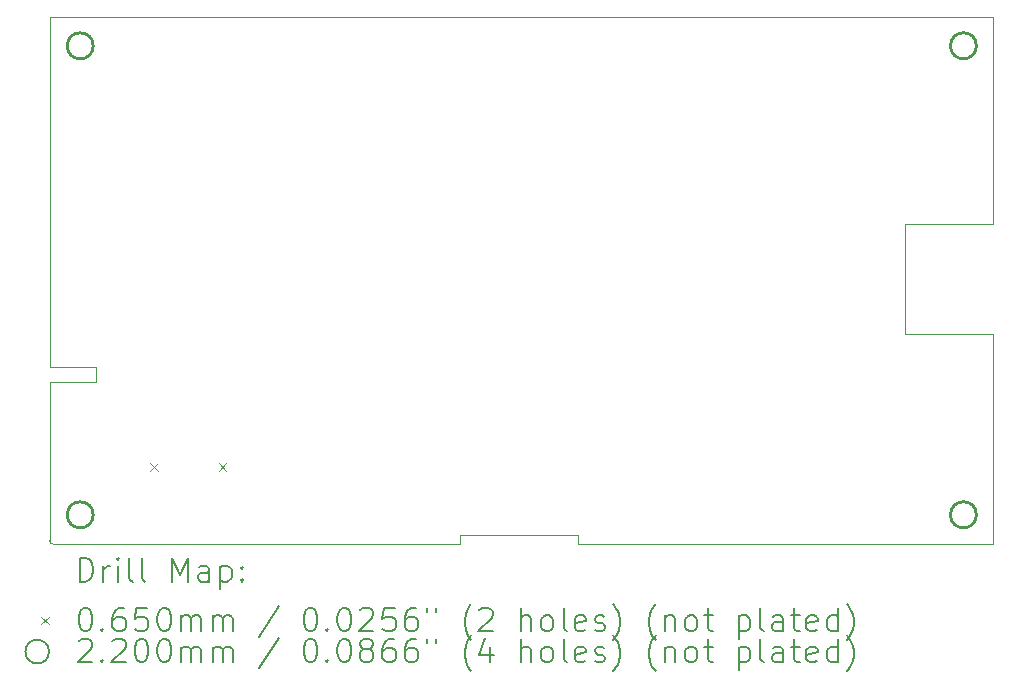
<source format=gbr>
%TF.GenerationSoftware,KiCad,Pcbnew,7.0.11-7.0.11~ubuntu22.04.1*%
%TF.CreationDate,2024-06-26T11:35:14+02:00*%
%TF.ProjectId,S3-silicon-Sharp-Touch,53332d73-696c-4696-936f-6e2d53686172,rev?*%
%TF.SameCoordinates,Original*%
%TF.FileFunction,Drillmap*%
%TF.FilePolarity,Positive*%
%FSLAX45Y45*%
G04 Gerber Fmt 4.5, Leading zero omitted, Abs format (unit mm)*
G04 Created by KiCad (PCBNEW 7.0.11-7.0.11~ubuntu22.04.1) date 2024-06-26 11:35:14*
%MOMM*%
%LPD*%
G01*
G04 APERTURE LIST*
%ADD10C,0.100000*%
%ADD11C,0.200000*%
%ADD12C,0.220000*%
G04 APERTURE END LIST*
D10*
X10750000Y-4900000D02*
X10004000Y-4900000D01*
X2765000Y-6240000D02*
X3155000Y-6240000D01*
X2765000Y-3150000D02*
X10750000Y-3150000D01*
X3155000Y-6115000D02*
X2765000Y-6115000D01*
X7242000Y-7615000D02*
X10750000Y-7615000D01*
X2765000Y-6240000D02*
X2765000Y-7585287D01*
X10750000Y-3150000D02*
X10750000Y-4900000D01*
X10004000Y-5835000D02*
X10004000Y-4900000D01*
X2765000Y-6115000D02*
X2765000Y-3150000D01*
X2764993Y-7585287D02*
G75*
G03*
X2795000Y-7615287I30007J7D01*
G01*
X6242000Y-7535787D02*
X7242000Y-7535787D01*
X6242000Y-7615000D02*
X6242000Y-7535787D01*
X10750000Y-5835000D02*
X10004000Y-5835000D01*
X2795000Y-7615000D02*
X6242000Y-7615000D01*
X7242000Y-7615000D02*
X7242000Y-7535787D01*
X3155000Y-6240000D02*
X3155000Y-6115000D01*
X10750000Y-5835000D02*
X10750000Y-7615000D01*
D11*
D10*
X3617500Y-6929000D02*
X3682500Y-6994000D01*
X3682500Y-6929000D02*
X3617500Y-6994000D01*
X4195500Y-6929000D02*
X4260500Y-6994000D01*
X4260500Y-6929000D02*
X4195500Y-6994000D01*
D12*
X3134000Y-3395000D02*
G75*
G03*
X2914000Y-3395000I-110000J0D01*
G01*
X2914000Y-3395000D02*
G75*
G03*
X3134000Y-3395000I110000J0D01*
G01*
X3134000Y-7366000D02*
G75*
G03*
X2914000Y-7366000I-110000J0D01*
G01*
X2914000Y-7366000D02*
G75*
G03*
X3134000Y-7366000I110000J0D01*
G01*
X10612000Y-3395000D02*
G75*
G03*
X10392000Y-3395000I-110000J0D01*
G01*
X10392000Y-3395000D02*
G75*
G03*
X10612000Y-3395000I110000J0D01*
G01*
X10612000Y-7366000D02*
G75*
G03*
X10392000Y-7366000I-110000J0D01*
G01*
X10392000Y-7366000D02*
G75*
G03*
X10612000Y-7366000I110000J0D01*
G01*
D11*
X3020777Y-7931771D02*
X3020777Y-7731771D01*
X3020777Y-7731771D02*
X3068396Y-7731771D01*
X3068396Y-7731771D02*
X3096967Y-7741294D01*
X3096967Y-7741294D02*
X3116015Y-7760342D01*
X3116015Y-7760342D02*
X3125539Y-7779390D01*
X3125539Y-7779390D02*
X3135062Y-7817485D01*
X3135062Y-7817485D02*
X3135062Y-7846056D01*
X3135062Y-7846056D02*
X3125539Y-7884151D01*
X3125539Y-7884151D02*
X3116015Y-7903199D01*
X3116015Y-7903199D02*
X3096967Y-7922247D01*
X3096967Y-7922247D02*
X3068396Y-7931771D01*
X3068396Y-7931771D02*
X3020777Y-7931771D01*
X3220777Y-7931771D02*
X3220777Y-7798437D01*
X3220777Y-7836532D02*
X3230301Y-7817485D01*
X3230301Y-7817485D02*
X3239824Y-7807961D01*
X3239824Y-7807961D02*
X3258872Y-7798437D01*
X3258872Y-7798437D02*
X3277920Y-7798437D01*
X3344586Y-7931771D02*
X3344586Y-7798437D01*
X3344586Y-7731771D02*
X3335062Y-7741294D01*
X3335062Y-7741294D02*
X3344586Y-7750818D01*
X3344586Y-7750818D02*
X3354110Y-7741294D01*
X3354110Y-7741294D02*
X3344586Y-7731771D01*
X3344586Y-7731771D02*
X3344586Y-7750818D01*
X3468396Y-7931771D02*
X3449348Y-7922247D01*
X3449348Y-7922247D02*
X3439824Y-7903199D01*
X3439824Y-7903199D02*
X3439824Y-7731771D01*
X3573158Y-7931771D02*
X3554110Y-7922247D01*
X3554110Y-7922247D02*
X3544586Y-7903199D01*
X3544586Y-7903199D02*
X3544586Y-7731771D01*
X3801729Y-7931771D02*
X3801729Y-7731771D01*
X3801729Y-7731771D02*
X3868396Y-7874628D01*
X3868396Y-7874628D02*
X3935062Y-7731771D01*
X3935062Y-7731771D02*
X3935062Y-7931771D01*
X4116015Y-7931771D02*
X4116015Y-7827009D01*
X4116015Y-7827009D02*
X4106491Y-7807961D01*
X4106491Y-7807961D02*
X4087443Y-7798437D01*
X4087443Y-7798437D02*
X4049348Y-7798437D01*
X4049348Y-7798437D02*
X4030301Y-7807961D01*
X4116015Y-7922247D02*
X4096967Y-7931771D01*
X4096967Y-7931771D02*
X4049348Y-7931771D01*
X4049348Y-7931771D02*
X4030301Y-7922247D01*
X4030301Y-7922247D02*
X4020777Y-7903199D01*
X4020777Y-7903199D02*
X4020777Y-7884151D01*
X4020777Y-7884151D02*
X4030301Y-7865104D01*
X4030301Y-7865104D02*
X4049348Y-7855580D01*
X4049348Y-7855580D02*
X4096967Y-7855580D01*
X4096967Y-7855580D02*
X4116015Y-7846056D01*
X4211253Y-7798437D02*
X4211253Y-7998437D01*
X4211253Y-7807961D02*
X4230301Y-7798437D01*
X4230301Y-7798437D02*
X4268396Y-7798437D01*
X4268396Y-7798437D02*
X4287444Y-7807961D01*
X4287444Y-7807961D02*
X4296967Y-7817485D01*
X4296967Y-7817485D02*
X4306491Y-7836532D01*
X4306491Y-7836532D02*
X4306491Y-7893675D01*
X4306491Y-7893675D02*
X4296967Y-7912723D01*
X4296967Y-7912723D02*
X4287444Y-7922247D01*
X4287444Y-7922247D02*
X4268396Y-7931771D01*
X4268396Y-7931771D02*
X4230301Y-7931771D01*
X4230301Y-7931771D02*
X4211253Y-7922247D01*
X4392205Y-7912723D02*
X4401729Y-7922247D01*
X4401729Y-7922247D02*
X4392205Y-7931771D01*
X4392205Y-7931771D02*
X4382682Y-7922247D01*
X4382682Y-7922247D02*
X4392205Y-7912723D01*
X4392205Y-7912723D02*
X4392205Y-7931771D01*
X4392205Y-7807961D02*
X4401729Y-7817485D01*
X4401729Y-7817485D02*
X4392205Y-7827009D01*
X4392205Y-7827009D02*
X4382682Y-7817485D01*
X4382682Y-7817485D02*
X4392205Y-7807961D01*
X4392205Y-7807961D02*
X4392205Y-7827009D01*
D10*
X2695000Y-8227787D02*
X2760000Y-8292787D01*
X2760000Y-8227787D02*
X2695000Y-8292787D01*
D11*
X3058872Y-8151771D02*
X3077920Y-8151771D01*
X3077920Y-8151771D02*
X3096967Y-8161294D01*
X3096967Y-8161294D02*
X3106491Y-8170818D01*
X3106491Y-8170818D02*
X3116015Y-8189866D01*
X3116015Y-8189866D02*
X3125539Y-8227961D01*
X3125539Y-8227961D02*
X3125539Y-8275580D01*
X3125539Y-8275580D02*
X3116015Y-8313675D01*
X3116015Y-8313675D02*
X3106491Y-8332723D01*
X3106491Y-8332723D02*
X3096967Y-8342247D01*
X3096967Y-8342247D02*
X3077920Y-8351771D01*
X3077920Y-8351771D02*
X3058872Y-8351771D01*
X3058872Y-8351771D02*
X3039824Y-8342247D01*
X3039824Y-8342247D02*
X3030301Y-8332723D01*
X3030301Y-8332723D02*
X3020777Y-8313675D01*
X3020777Y-8313675D02*
X3011253Y-8275580D01*
X3011253Y-8275580D02*
X3011253Y-8227961D01*
X3011253Y-8227961D02*
X3020777Y-8189866D01*
X3020777Y-8189866D02*
X3030301Y-8170818D01*
X3030301Y-8170818D02*
X3039824Y-8161294D01*
X3039824Y-8161294D02*
X3058872Y-8151771D01*
X3211253Y-8332723D02*
X3220777Y-8342247D01*
X3220777Y-8342247D02*
X3211253Y-8351771D01*
X3211253Y-8351771D02*
X3201729Y-8342247D01*
X3201729Y-8342247D02*
X3211253Y-8332723D01*
X3211253Y-8332723D02*
X3211253Y-8351771D01*
X3392205Y-8151771D02*
X3354110Y-8151771D01*
X3354110Y-8151771D02*
X3335062Y-8161294D01*
X3335062Y-8161294D02*
X3325539Y-8170818D01*
X3325539Y-8170818D02*
X3306491Y-8199390D01*
X3306491Y-8199390D02*
X3296967Y-8237485D01*
X3296967Y-8237485D02*
X3296967Y-8313675D01*
X3296967Y-8313675D02*
X3306491Y-8332723D01*
X3306491Y-8332723D02*
X3316015Y-8342247D01*
X3316015Y-8342247D02*
X3335062Y-8351771D01*
X3335062Y-8351771D02*
X3373158Y-8351771D01*
X3373158Y-8351771D02*
X3392205Y-8342247D01*
X3392205Y-8342247D02*
X3401729Y-8332723D01*
X3401729Y-8332723D02*
X3411253Y-8313675D01*
X3411253Y-8313675D02*
X3411253Y-8266056D01*
X3411253Y-8266056D02*
X3401729Y-8247009D01*
X3401729Y-8247009D02*
X3392205Y-8237485D01*
X3392205Y-8237485D02*
X3373158Y-8227961D01*
X3373158Y-8227961D02*
X3335062Y-8227961D01*
X3335062Y-8227961D02*
X3316015Y-8237485D01*
X3316015Y-8237485D02*
X3306491Y-8247009D01*
X3306491Y-8247009D02*
X3296967Y-8266056D01*
X3592205Y-8151771D02*
X3496967Y-8151771D01*
X3496967Y-8151771D02*
X3487443Y-8247009D01*
X3487443Y-8247009D02*
X3496967Y-8237485D01*
X3496967Y-8237485D02*
X3516015Y-8227961D01*
X3516015Y-8227961D02*
X3563634Y-8227961D01*
X3563634Y-8227961D02*
X3582682Y-8237485D01*
X3582682Y-8237485D02*
X3592205Y-8247009D01*
X3592205Y-8247009D02*
X3601729Y-8266056D01*
X3601729Y-8266056D02*
X3601729Y-8313675D01*
X3601729Y-8313675D02*
X3592205Y-8332723D01*
X3592205Y-8332723D02*
X3582682Y-8342247D01*
X3582682Y-8342247D02*
X3563634Y-8351771D01*
X3563634Y-8351771D02*
X3516015Y-8351771D01*
X3516015Y-8351771D02*
X3496967Y-8342247D01*
X3496967Y-8342247D02*
X3487443Y-8332723D01*
X3725539Y-8151771D02*
X3744586Y-8151771D01*
X3744586Y-8151771D02*
X3763634Y-8161294D01*
X3763634Y-8161294D02*
X3773158Y-8170818D01*
X3773158Y-8170818D02*
X3782682Y-8189866D01*
X3782682Y-8189866D02*
X3792205Y-8227961D01*
X3792205Y-8227961D02*
X3792205Y-8275580D01*
X3792205Y-8275580D02*
X3782682Y-8313675D01*
X3782682Y-8313675D02*
X3773158Y-8332723D01*
X3773158Y-8332723D02*
X3763634Y-8342247D01*
X3763634Y-8342247D02*
X3744586Y-8351771D01*
X3744586Y-8351771D02*
X3725539Y-8351771D01*
X3725539Y-8351771D02*
X3706491Y-8342247D01*
X3706491Y-8342247D02*
X3696967Y-8332723D01*
X3696967Y-8332723D02*
X3687443Y-8313675D01*
X3687443Y-8313675D02*
X3677920Y-8275580D01*
X3677920Y-8275580D02*
X3677920Y-8227961D01*
X3677920Y-8227961D02*
X3687443Y-8189866D01*
X3687443Y-8189866D02*
X3696967Y-8170818D01*
X3696967Y-8170818D02*
X3706491Y-8161294D01*
X3706491Y-8161294D02*
X3725539Y-8151771D01*
X3877920Y-8351771D02*
X3877920Y-8218437D01*
X3877920Y-8237485D02*
X3887443Y-8227961D01*
X3887443Y-8227961D02*
X3906491Y-8218437D01*
X3906491Y-8218437D02*
X3935063Y-8218437D01*
X3935063Y-8218437D02*
X3954110Y-8227961D01*
X3954110Y-8227961D02*
X3963634Y-8247009D01*
X3963634Y-8247009D02*
X3963634Y-8351771D01*
X3963634Y-8247009D02*
X3973158Y-8227961D01*
X3973158Y-8227961D02*
X3992205Y-8218437D01*
X3992205Y-8218437D02*
X4020777Y-8218437D01*
X4020777Y-8218437D02*
X4039824Y-8227961D01*
X4039824Y-8227961D02*
X4049348Y-8247009D01*
X4049348Y-8247009D02*
X4049348Y-8351771D01*
X4144586Y-8351771D02*
X4144586Y-8218437D01*
X4144586Y-8237485D02*
X4154110Y-8227961D01*
X4154110Y-8227961D02*
X4173158Y-8218437D01*
X4173158Y-8218437D02*
X4201729Y-8218437D01*
X4201729Y-8218437D02*
X4220777Y-8227961D01*
X4220777Y-8227961D02*
X4230301Y-8247009D01*
X4230301Y-8247009D02*
X4230301Y-8351771D01*
X4230301Y-8247009D02*
X4239825Y-8227961D01*
X4239825Y-8227961D02*
X4258872Y-8218437D01*
X4258872Y-8218437D02*
X4287444Y-8218437D01*
X4287444Y-8218437D02*
X4306491Y-8227961D01*
X4306491Y-8227961D02*
X4316015Y-8247009D01*
X4316015Y-8247009D02*
X4316015Y-8351771D01*
X4706491Y-8142247D02*
X4535063Y-8399390D01*
X4963634Y-8151771D02*
X4982682Y-8151771D01*
X4982682Y-8151771D02*
X5001729Y-8161294D01*
X5001729Y-8161294D02*
X5011253Y-8170818D01*
X5011253Y-8170818D02*
X5020777Y-8189866D01*
X5020777Y-8189866D02*
X5030301Y-8227961D01*
X5030301Y-8227961D02*
X5030301Y-8275580D01*
X5030301Y-8275580D02*
X5020777Y-8313675D01*
X5020777Y-8313675D02*
X5011253Y-8332723D01*
X5011253Y-8332723D02*
X5001729Y-8342247D01*
X5001729Y-8342247D02*
X4982682Y-8351771D01*
X4982682Y-8351771D02*
X4963634Y-8351771D01*
X4963634Y-8351771D02*
X4944587Y-8342247D01*
X4944587Y-8342247D02*
X4935063Y-8332723D01*
X4935063Y-8332723D02*
X4925539Y-8313675D01*
X4925539Y-8313675D02*
X4916015Y-8275580D01*
X4916015Y-8275580D02*
X4916015Y-8227961D01*
X4916015Y-8227961D02*
X4925539Y-8189866D01*
X4925539Y-8189866D02*
X4935063Y-8170818D01*
X4935063Y-8170818D02*
X4944587Y-8161294D01*
X4944587Y-8161294D02*
X4963634Y-8151771D01*
X5116015Y-8332723D02*
X5125539Y-8342247D01*
X5125539Y-8342247D02*
X5116015Y-8351771D01*
X5116015Y-8351771D02*
X5106491Y-8342247D01*
X5106491Y-8342247D02*
X5116015Y-8332723D01*
X5116015Y-8332723D02*
X5116015Y-8351771D01*
X5249348Y-8151771D02*
X5268396Y-8151771D01*
X5268396Y-8151771D02*
X5287444Y-8161294D01*
X5287444Y-8161294D02*
X5296968Y-8170818D01*
X5296968Y-8170818D02*
X5306491Y-8189866D01*
X5306491Y-8189866D02*
X5316015Y-8227961D01*
X5316015Y-8227961D02*
X5316015Y-8275580D01*
X5316015Y-8275580D02*
X5306491Y-8313675D01*
X5306491Y-8313675D02*
X5296968Y-8332723D01*
X5296968Y-8332723D02*
X5287444Y-8342247D01*
X5287444Y-8342247D02*
X5268396Y-8351771D01*
X5268396Y-8351771D02*
X5249348Y-8351771D01*
X5249348Y-8351771D02*
X5230301Y-8342247D01*
X5230301Y-8342247D02*
X5220777Y-8332723D01*
X5220777Y-8332723D02*
X5211253Y-8313675D01*
X5211253Y-8313675D02*
X5201729Y-8275580D01*
X5201729Y-8275580D02*
X5201729Y-8227961D01*
X5201729Y-8227961D02*
X5211253Y-8189866D01*
X5211253Y-8189866D02*
X5220777Y-8170818D01*
X5220777Y-8170818D02*
X5230301Y-8161294D01*
X5230301Y-8161294D02*
X5249348Y-8151771D01*
X5392206Y-8170818D02*
X5401729Y-8161294D01*
X5401729Y-8161294D02*
X5420777Y-8151771D01*
X5420777Y-8151771D02*
X5468396Y-8151771D01*
X5468396Y-8151771D02*
X5487444Y-8161294D01*
X5487444Y-8161294D02*
X5496968Y-8170818D01*
X5496968Y-8170818D02*
X5506491Y-8189866D01*
X5506491Y-8189866D02*
X5506491Y-8208913D01*
X5506491Y-8208913D02*
X5496968Y-8237485D01*
X5496968Y-8237485D02*
X5382682Y-8351771D01*
X5382682Y-8351771D02*
X5506491Y-8351771D01*
X5687444Y-8151771D02*
X5592206Y-8151771D01*
X5592206Y-8151771D02*
X5582682Y-8247009D01*
X5582682Y-8247009D02*
X5592206Y-8237485D01*
X5592206Y-8237485D02*
X5611253Y-8227961D01*
X5611253Y-8227961D02*
X5658872Y-8227961D01*
X5658872Y-8227961D02*
X5677920Y-8237485D01*
X5677920Y-8237485D02*
X5687444Y-8247009D01*
X5687444Y-8247009D02*
X5696967Y-8266056D01*
X5696967Y-8266056D02*
X5696967Y-8313675D01*
X5696967Y-8313675D02*
X5687444Y-8332723D01*
X5687444Y-8332723D02*
X5677920Y-8342247D01*
X5677920Y-8342247D02*
X5658872Y-8351771D01*
X5658872Y-8351771D02*
X5611253Y-8351771D01*
X5611253Y-8351771D02*
X5592206Y-8342247D01*
X5592206Y-8342247D02*
X5582682Y-8332723D01*
X5868396Y-8151771D02*
X5830301Y-8151771D01*
X5830301Y-8151771D02*
X5811253Y-8161294D01*
X5811253Y-8161294D02*
X5801729Y-8170818D01*
X5801729Y-8170818D02*
X5782682Y-8199390D01*
X5782682Y-8199390D02*
X5773158Y-8237485D01*
X5773158Y-8237485D02*
X5773158Y-8313675D01*
X5773158Y-8313675D02*
X5782682Y-8332723D01*
X5782682Y-8332723D02*
X5792206Y-8342247D01*
X5792206Y-8342247D02*
X5811253Y-8351771D01*
X5811253Y-8351771D02*
X5849348Y-8351771D01*
X5849348Y-8351771D02*
X5868396Y-8342247D01*
X5868396Y-8342247D02*
X5877920Y-8332723D01*
X5877920Y-8332723D02*
X5887444Y-8313675D01*
X5887444Y-8313675D02*
X5887444Y-8266056D01*
X5887444Y-8266056D02*
X5877920Y-8247009D01*
X5877920Y-8247009D02*
X5868396Y-8237485D01*
X5868396Y-8237485D02*
X5849348Y-8227961D01*
X5849348Y-8227961D02*
X5811253Y-8227961D01*
X5811253Y-8227961D02*
X5792206Y-8237485D01*
X5792206Y-8237485D02*
X5782682Y-8247009D01*
X5782682Y-8247009D02*
X5773158Y-8266056D01*
X5963634Y-8151771D02*
X5963634Y-8189866D01*
X6039825Y-8151771D02*
X6039825Y-8189866D01*
X6335063Y-8427961D02*
X6325539Y-8418437D01*
X6325539Y-8418437D02*
X6306491Y-8389866D01*
X6306491Y-8389866D02*
X6296968Y-8370818D01*
X6296968Y-8370818D02*
X6287444Y-8342247D01*
X6287444Y-8342247D02*
X6277920Y-8294628D01*
X6277920Y-8294628D02*
X6277920Y-8256532D01*
X6277920Y-8256532D02*
X6287444Y-8208913D01*
X6287444Y-8208913D02*
X6296968Y-8180342D01*
X6296968Y-8180342D02*
X6306491Y-8161294D01*
X6306491Y-8161294D02*
X6325539Y-8132723D01*
X6325539Y-8132723D02*
X6335063Y-8123199D01*
X6401729Y-8170818D02*
X6411253Y-8161294D01*
X6411253Y-8161294D02*
X6430301Y-8151771D01*
X6430301Y-8151771D02*
X6477920Y-8151771D01*
X6477920Y-8151771D02*
X6496968Y-8161294D01*
X6496968Y-8161294D02*
X6506491Y-8170818D01*
X6506491Y-8170818D02*
X6516015Y-8189866D01*
X6516015Y-8189866D02*
X6516015Y-8208913D01*
X6516015Y-8208913D02*
X6506491Y-8237485D01*
X6506491Y-8237485D02*
X6392206Y-8351771D01*
X6392206Y-8351771D02*
X6516015Y-8351771D01*
X6754110Y-8351771D02*
X6754110Y-8151771D01*
X6839825Y-8351771D02*
X6839825Y-8247009D01*
X6839825Y-8247009D02*
X6830301Y-8227961D01*
X6830301Y-8227961D02*
X6811253Y-8218437D01*
X6811253Y-8218437D02*
X6782682Y-8218437D01*
X6782682Y-8218437D02*
X6763634Y-8227961D01*
X6763634Y-8227961D02*
X6754110Y-8237485D01*
X6963634Y-8351771D02*
X6944587Y-8342247D01*
X6944587Y-8342247D02*
X6935063Y-8332723D01*
X6935063Y-8332723D02*
X6925539Y-8313675D01*
X6925539Y-8313675D02*
X6925539Y-8256532D01*
X6925539Y-8256532D02*
X6935063Y-8237485D01*
X6935063Y-8237485D02*
X6944587Y-8227961D01*
X6944587Y-8227961D02*
X6963634Y-8218437D01*
X6963634Y-8218437D02*
X6992206Y-8218437D01*
X6992206Y-8218437D02*
X7011253Y-8227961D01*
X7011253Y-8227961D02*
X7020777Y-8237485D01*
X7020777Y-8237485D02*
X7030301Y-8256532D01*
X7030301Y-8256532D02*
X7030301Y-8313675D01*
X7030301Y-8313675D02*
X7020777Y-8332723D01*
X7020777Y-8332723D02*
X7011253Y-8342247D01*
X7011253Y-8342247D02*
X6992206Y-8351771D01*
X6992206Y-8351771D02*
X6963634Y-8351771D01*
X7144587Y-8351771D02*
X7125539Y-8342247D01*
X7125539Y-8342247D02*
X7116015Y-8323199D01*
X7116015Y-8323199D02*
X7116015Y-8151771D01*
X7296968Y-8342247D02*
X7277920Y-8351771D01*
X7277920Y-8351771D02*
X7239825Y-8351771D01*
X7239825Y-8351771D02*
X7220777Y-8342247D01*
X7220777Y-8342247D02*
X7211253Y-8323199D01*
X7211253Y-8323199D02*
X7211253Y-8247009D01*
X7211253Y-8247009D02*
X7220777Y-8227961D01*
X7220777Y-8227961D02*
X7239825Y-8218437D01*
X7239825Y-8218437D02*
X7277920Y-8218437D01*
X7277920Y-8218437D02*
X7296968Y-8227961D01*
X7296968Y-8227961D02*
X7306491Y-8247009D01*
X7306491Y-8247009D02*
X7306491Y-8266056D01*
X7306491Y-8266056D02*
X7211253Y-8285104D01*
X7382682Y-8342247D02*
X7401730Y-8351771D01*
X7401730Y-8351771D02*
X7439825Y-8351771D01*
X7439825Y-8351771D02*
X7458872Y-8342247D01*
X7458872Y-8342247D02*
X7468396Y-8323199D01*
X7468396Y-8323199D02*
X7468396Y-8313675D01*
X7468396Y-8313675D02*
X7458872Y-8294628D01*
X7458872Y-8294628D02*
X7439825Y-8285104D01*
X7439825Y-8285104D02*
X7411253Y-8285104D01*
X7411253Y-8285104D02*
X7392206Y-8275580D01*
X7392206Y-8275580D02*
X7382682Y-8256532D01*
X7382682Y-8256532D02*
X7382682Y-8247009D01*
X7382682Y-8247009D02*
X7392206Y-8227961D01*
X7392206Y-8227961D02*
X7411253Y-8218437D01*
X7411253Y-8218437D02*
X7439825Y-8218437D01*
X7439825Y-8218437D02*
X7458872Y-8227961D01*
X7535063Y-8427961D02*
X7544587Y-8418437D01*
X7544587Y-8418437D02*
X7563634Y-8389866D01*
X7563634Y-8389866D02*
X7573158Y-8370818D01*
X7573158Y-8370818D02*
X7582682Y-8342247D01*
X7582682Y-8342247D02*
X7592206Y-8294628D01*
X7592206Y-8294628D02*
X7592206Y-8256532D01*
X7592206Y-8256532D02*
X7582682Y-8208913D01*
X7582682Y-8208913D02*
X7573158Y-8180342D01*
X7573158Y-8180342D02*
X7563634Y-8161294D01*
X7563634Y-8161294D02*
X7544587Y-8132723D01*
X7544587Y-8132723D02*
X7535063Y-8123199D01*
X7896968Y-8427961D02*
X7887444Y-8418437D01*
X7887444Y-8418437D02*
X7868396Y-8389866D01*
X7868396Y-8389866D02*
X7858872Y-8370818D01*
X7858872Y-8370818D02*
X7849349Y-8342247D01*
X7849349Y-8342247D02*
X7839825Y-8294628D01*
X7839825Y-8294628D02*
X7839825Y-8256532D01*
X7839825Y-8256532D02*
X7849349Y-8208913D01*
X7849349Y-8208913D02*
X7858872Y-8180342D01*
X7858872Y-8180342D02*
X7868396Y-8161294D01*
X7868396Y-8161294D02*
X7887444Y-8132723D01*
X7887444Y-8132723D02*
X7896968Y-8123199D01*
X7973158Y-8218437D02*
X7973158Y-8351771D01*
X7973158Y-8237485D02*
X7982682Y-8227961D01*
X7982682Y-8227961D02*
X8001730Y-8218437D01*
X8001730Y-8218437D02*
X8030301Y-8218437D01*
X8030301Y-8218437D02*
X8049349Y-8227961D01*
X8049349Y-8227961D02*
X8058872Y-8247009D01*
X8058872Y-8247009D02*
X8058872Y-8351771D01*
X8182682Y-8351771D02*
X8163634Y-8342247D01*
X8163634Y-8342247D02*
X8154111Y-8332723D01*
X8154111Y-8332723D02*
X8144587Y-8313675D01*
X8144587Y-8313675D02*
X8144587Y-8256532D01*
X8144587Y-8256532D02*
X8154111Y-8237485D01*
X8154111Y-8237485D02*
X8163634Y-8227961D01*
X8163634Y-8227961D02*
X8182682Y-8218437D01*
X8182682Y-8218437D02*
X8211253Y-8218437D01*
X8211253Y-8218437D02*
X8230301Y-8227961D01*
X8230301Y-8227961D02*
X8239825Y-8237485D01*
X8239825Y-8237485D02*
X8249349Y-8256532D01*
X8249349Y-8256532D02*
X8249349Y-8313675D01*
X8249349Y-8313675D02*
X8239825Y-8332723D01*
X8239825Y-8332723D02*
X8230301Y-8342247D01*
X8230301Y-8342247D02*
X8211253Y-8351771D01*
X8211253Y-8351771D02*
X8182682Y-8351771D01*
X8306492Y-8218437D02*
X8382682Y-8218437D01*
X8335063Y-8151771D02*
X8335063Y-8323199D01*
X8335063Y-8323199D02*
X8344587Y-8342247D01*
X8344587Y-8342247D02*
X8363634Y-8351771D01*
X8363634Y-8351771D02*
X8382682Y-8351771D01*
X8601730Y-8218437D02*
X8601730Y-8418437D01*
X8601730Y-8227961D02*
X8620777Y-8218437D01*
X8620777Y-8218437D02*
X8658873Y-8218437D01*
X8658873Y-8218437D02*
X8677920Y-8227961D01*
X8677920Y-8227961D02*
X8687444Y-8237485D01*
X8687444Y-8237485D02*
X8696968Y-8256532D01*
X8696968Y-8256532D02*
X8696968Y-8313675D01*
X8696968Y-8313675D02*
X8687444Y-8332723D01*
X8687444Y-8332723D02*
X8677920Y-8342247D01*
X8677920Y-8342247D02*
X8658873Y-8351771D01*
X8658873Y-8351771D02*
X8620777Y-8351771D01*
X8620777Y-8351771D02*
X8601730Y-8342247D01*
X8811254Y-8351771D02*
X8792206Y-8342247D01*
X8792206Y-8342247D02*
X8782682Y-8323199D01*
X8782682Y-8323199D02*
X8782682Y-8151771D01*
X8973158Y-8351771D02*
X8973158Y-8247009D01*
X8973158Y-8247009D02*
X8963635Y-8227961D01*
X8963635Y-8227961D02*
X8944587Y-8218437D01*
X8944587Y-8218437D02*
X8906492Y-8218437D01*
X8906492Y-8218437D02*
X8887444Y-8227961D01*
X8973158Y-8342247D02*
X8954111Y-8351771D01*
X8954111Y-8351771D02*
X8906492Y-8351771D01*
X8906492Y-8351771D02*
X8887444Y-8342247D01*
X8887444Y-8342247D02*
X8877920Y-8323199D01*
X8877920Y-8323199D02*
X8877920Y-8304151D01*
X8877920Y-8304151D02*
X8887444Y-8285104D01*
X8887444Y-8285104D02*
X8906492Y-8275580D01*
X8906492Y-8275580D02*
X8954111Y-8275580D01*
X8954111Y-8275580D02*
X8973158Y-8266056D01*
X9039825Y-8218437D02*
X9116015Y-8218437D01*
X9068396Y-8151771D02*
X9068396Y-8323199D01*
X9068396Y-8323199D02*
X9077920Y-8342247D01*
X9077920Y-8342247D02*
X9096968Y-8351771D01*
X9096968Y-8351771D02*
X9116015Y-8351771D01*
X9258873Y-8342247D02*
X9239825Y-8351771D01*
X9239825Y-8351771D02*
X9201730Y-8351771D01*
X9201730Y-8351771D02*
X9182682Y-8342247D01*
X9182682Y-8342247D02*
X9173158Y-8323199D01*
X9173158Y-8323199D02*
X9173158Y-8247009D01*
X9173158Y-8247009D02*
X9182682Y-8227961D01*
X9182682Y-8227961D02*
X9201730Y-8218437D01*
X9201730Y-8218437D02*
X9239825Y-8218437D01*
X9239825Y-8218437D02*
X9258873Y-8227961D01*
X9258873Y-8227961D02*
X9268396Y-8247009D01*
X9268396Y-8247009D02*
X9268396Y-8266056D01*
X9268396Y-8266056D02*
X9173158Y-8285104D01*
X9439825Y-8351771D02*
X9439825Y-8151771D01*
X9439825Y-8342247D02*
X9420777Y-8351771D01*
X9420777Y-8351771D02*
X9382682Y-8351771D01*
X9382682Y-8351771D02*
X9363635Y-8342247D01*
X9363635Y-8342247D02*
X9354111Y-8332723D01*
X9354111Y-8332723D02*
X9344587Y-8313675D01*
X9344587Y-8313675D02*
X9344587Y-8256532D01*
X9344587Y-8256532D02*
X9354111Y-8237485D01*
X9354111Y-8237485D02*
X9363635Y-8227961D01*
X9363635Y-8227961D02*
X9382682Y-8218437D01*
X9382682Y-8218437D02*
X9420777Y-8218437D01*
X9420777Y-8218437D02*
X9439825Y-8227961D01*
X9516016Y-8427961D02*
X9525539Y-8418437D01*
X9525539Y-8418437D02*
X9544587Y-8389866D01*
X9544587Y-8389866D02*
X9554111Y-8370818D01*
X9554111Y-8370818D02*
X9563635Y-8342247D01*
X9563635Y-8342247D02*
X9573158Y-8294628D01*
X9573158Y-8294628D02*
X9573158Y-8256532D01*
X9573158Y-8256532D02*
X9563635Y-8208913D01*
X9563635Y-8208913D02*
X9554111Y-8180342D01*
X9554111Y-8180342D02*
X9544587Y-8161294D01*
X9544587Y-8161294D02*
X9525539Y-8132723D01*
X9525539Y-8132723D02*
X9516016Y-8123199D01*
X2760000Y-8524287D02*
G75*
G03*
X2560000Y-8524287I-100000J0D01*
G01*
X2560000Y-8524287D02*
G75*
G03*
X2760000Y-8524287I100000J0D01*
G01*
X3011253Y-8434818D02*
X3020777Y-8425294D01*
X3020777Y-8425294D02*
X3039824Y-8415771D01*
X3039824Y-8415771D02*
X3087443Y-8415771D01*
X3087443Y-8415771D02*
X3106491Y-8425294D01*
X3106491Y-8425294D02*
X3116015Y-8434818D01*
X3116015Y-8434818D02*
X3125539Y-8453866D01*
X3125539Y-8453866D02*
X3125539Y-8472913D01*
X3125539Y-8472913D02*
X3116015Y-8501485D01*
X3116015Y-8501485D02*
X3001729Y-8615771D01*
X3001729Y-8615771D02*
X3125539Y-8615771D01*
X3211253Y-8596723D02*
X3220777Y-8606247D01*
X3220777Y-8606247D02*
X3211253Y-8615771D01*
X3211253Y-8615771D02*
X3201729Y-8606247D01*
X3201729Y-8606247D02*
X3211253Y-8596723D01*
X3211253Y-8596723D02*
X3211253Y-8615771D01*
X3296967Y-8434818D02*
X3306491Y-8425294D01*
X3306491Y-8425294D02*
X3325539Y-8415771D01*
X3325539Y-8415771D02*
X3373158Y-8415771D01*
X3373158Y-8415771D02*
X3392205Y-8425294D01*
X3392205Y-8425294D02*
X3401729Y-8434818D01*
X3401729Y-8434818D02*
X3411253Y-8453866D01*
X3411253Y-8453866D02*
X3411253Y-8472913D01*
X3411253Y-8472913D02*
X3401729Y-8501485D01*
X3401729Y-8501485D02*
X3287443Y-8615771D01*
X3287443Y-8615771D02*
X3411253Y-8615771D01*
X3535062Y-8415771D02*
X3554110Y-8415771D01*
X3554110Y-8415771D02*
X3573158Y-8425294D01*
X3573158Y-8425294D02*
X3582682Y-8434818D01*
X3582682Y-8434818D02*
X3592205Y-8453866D01*
X3592205Y-8453866D02*
X3601729Y-8491961D01*
X3601729Y-8491961D02*
X3601729Y-8539580D01*
X3601729Y-8539580D02*
X3592205Y-8577675D01*
X3592205Y-8577675D02*
X3582682Y-8596723D01*
X3582682Y-8596723D02*
X3573158Y-8606247D01*
X3573158Y-8606247D02*
X3554110Y-8615771D01*
X3554110Y-8615771D02*
X3535062Y-8615771D01*
X3535062Y-8615771D02*
X3516015Y-8606247D01*
X3516015Y-8606247D02*
X3506491Y-8596723D01*
X3506491Y-8596723D02*
X3496967Y-8577675D01*
X3496967Y-8577675D02*
X3487443Y-8539580D01*
X3487443Y-8539580D02*
X3487443Y-8491961D01*
X3487443Y-8491961D02*
X3496967Y-8453866D01*
X3496967Y-8453866D02*
X3506491Y-8434818D01*
X3506491Y-8434818D02*
X3516015Y-8425294D01*
X3516015Y-8425294D02*
X3535062Y-8415771D01*
X3725539Y-8415771D02*
X3744586Y-8415771D01*
X3744586Y-8415771D02*
X3763634Y-8425294D01*
X3763634Y-8425294D02*
X3773158Y-8434818D01*
X3773158Y-8434818D02*
X3782682Y-8453866D01*
X3782682Y-8453866D02*
X3792205Y-8491961D01*
X3792205Y-8491961D02*
X3792205Y-8539580D01*
X3792205Y-8539580D02*
X3782682Y-8577675D01*
X3782682Y-8577675D02*
X3773158Y-8596723D01*
X3773158Y-8596723D02*
X3763634Y-8606247D01*
X3763634Y-8606247D02*
X3744586Y-8615771D01*
X3744586Y-8615771D02*
X3725539Y-8615771D01*
X3725539Y-8615771D02*
X3706491Y-8606247D01*
X3706491Y-8606247D02*
X3696967Y-8596723D01*
X3696967Y-8596723D02*
X3687443Y-8577675D01*
X3687443Y-8577675D02*
X3677920Y-8539580D01*
X3677920Y-8539580D02*
X3677920Y-8491961D01*
X3677920Y-8491961D02*
X3687443Y-8453866D01*
X3687443Y-8453866D02*
X3696967Y-8434818D01*
X3696967Y-8434818D02*
X3706491Y-8425294D01*
X3706491Y-8425294D02*
X3725539Y-8415771D01*
X3877920Y-8615771D02*
X3877920Y-8482437D01*
X3877920Y-8501485D02*
X3887443Y-8491961D01*
X3887443Y-8491961D02*
X3906491Y-8482437D01*
X3906491Y-8482437D02*
X3935063Y-8482437D01*
X3935063Y-8482437D02*
X3954110Y-8491961D01*
X3954110Y-8491961D02*
X3963634Y-8511009D01*
X3963634Y-8511009D02*
X3963634Y-8615771D01*
X3963634Y-8511009D02*
X3973158Y-8491961D01*
X3973158Y-8491961D02*
X3992205Y-8482437D01*
X3992205Y-8482437D02*
X4020777Y-8482437D01*
X4020777Y-8482437D02*
X4039824Y-8491961D01*
X4039824Y-8491961D02*
X4049348Y-8511009D01*
X4049348Y-8511009D02*
X4049348Y-8615771D01*
X4144586Y-8615771D02*
X4144586Y-8482437D01*
X4144586Y-8501485D02*
X4154110Y-8491961D01*
X4154110Y-8491961D02*
X4173158Y-8482437D01*
X4173158Y-8482437D02*
X4201729Y-8482437D01*
X4201729Y-8482437D02*
X4220777Y-8491961D01*
X4220777Y-8491961D02*
X4230301Y-8511009D01*
X4230301Y-8511009D02*
X4230301Y-8615771D01*
X4230301Y-8511009D02*
X4239825Y-8491961D01*
X4239825Y-8491961D02*
X4258872Y-8482437D01*
X4258872Y-8482437D02*
X4287444Y-8482437D01*
X4287444Y-8482437D02*
X4306491Y-8491961D01*
X4306491Y-8491961D02*
X4316015Y-8511009D01*
X4316015Y-8511009D02*
X4316015Y-8615771D01*
X4706491Y-8406247D02*
X4535063Y-8663390D01*
X4963634Y-8415771D02*
X4982682Y-8415771D01*
X4982682Y-8415771D02*
X5001729Y-8425294D01*
X5001729Y-8425294D02*
X5011253Y-8434818D01*
X5011253Y-8434818D02*
X5020777Y-8453866D01*
X5020777Y-8453866D02*
X5030301Y-8491961D01*
X5030301Y-8491961D02*
X5030301Y-8539580D01*
X5030301Y-8539580D02*
X5020777Y-8577675D01*
X5020777Y-8577675D02*
X5011253Y-8596723D01*
X5011253Y-8596723D02*
X5001729Y-8606247D01*
X5001729Y-8606247D02*
X4982682Y-8615771D01*
X4982682Y-8615771D02*
X4963634Y-8615771D01*
X4963634Y-8615771D02*
X4944587Y-8606247D01*
X4944587Y-8606247D02*
X4935063Y-8596723D01*
X4935063Y-8596723D02*
X4925539Y-8577675D01*
X4925539Y-8577675D02*
X4916015Y-8539580D01*
X4916015Y-8539580D02*
X4916015Y-8491961D01*
X4916015Y-8491961D02*
X4925539Y-8453866D01*
X4925539Y-8453866D02*
X4935063Y-8434818D01*
X4935063Y-8434818D02*
X4944587Y-8425294D01*
X4944587Y-8425294D02*
X4963634Y-8415771D01*
X5116015Y-8596723D02*
X5125539Y-8606247D01*
X5125539Y-8606247D02*
X5116015Y-8615771D01*
X5116015Y-8615771D02*
X5106491Y-8606247D01*
X5106491Y-8606247D02*
X5116015Y-8596723D01*
X5116015Y-8596723D02*
X5116015Y-8615771D01*
X5249348Y-8415771D02*
X5268396Y-8415771D01*
X5268396Y-8415771D02*
X5287444Y-8425294D01*
X5287444Y-8425294D02*
X5296968Y-8434818D01*
X5296968Y-8434818D02*
X5306491Y-8453866D01*
X5306491Y-8453866D02*
X5316015Y-8491961D01*
X5316015Y-8491961D02*
X5316015Y-8539580D01*
X5316015Y-8539580D02*
X5306491Y-8577675D01*
X5306491Y-8577675D02*
X5296968Y-8596723D01*
X5296968Y-8596723D02*
X5287444Y-8606247D01*
X5287444Y-8606247D02*
X5268396Y-8615771D01*
X5268396Y-8615771D02*
X5249348Y-8615771D01*
X5249348Y-8615771D02*
X5230301Y-8606247D01*
X5230301Y-8606247D02*
X5220777Y-8596723D01*
X5220777Y-8596723D02*
X5211253Y-8577675D01*
X5211253Y-8577675D02*
X5201729Y-8539580D01*
X5201729Y-8539580D02*
X5201729Y-8491961D01*
X5201729Y-8491961D02*
X5211253Y-8453866D01*
X5211253Y-8453866D02*
X5220777Y-8434818D01*
X5220777Y-8434818D02*
X5230301Y-8425294D01*
X5230301Y-8425294D02*
X5249348Y-8415771D01*
X5430301Y-8501485D02*
X5411253Y-8491961D01*
X5411253Y-8491961D02*
X5401729Y-8482437D01*
X5401729Y-8482437D02*
X5392206Y-8463390D01*
X5392206Y-8463390D02*
X5392206Y-8453866D01*
X5392206Y-8453866D02*
X5401729Y-8434818D01*
X5401729Y-8434818D02*
X5411253Y-8425294D01*
X5411253Y-8425294D02*
X5430301Y-8415771D01*
X5430301Y-8415771D02*
X5468396Y-8415771D01*
X5468396Y-8415771D02*
X5487444Y-8425294D01*
X5487444Y-8425294D02*
X5496968Y-8434818D01*
X5496968Y-8434818D02*
X5506491Y-8453866D01*
X5506491Y-8453866D02*
X5506491Y-8463390D01*
X5506491Y-8463390D02*
X5496968Y-8482437D01*
X5496968Y-8482437D02*
X5487444Y-8491961D01*
X5487444Y-8491961D02*
X5468396Y-8501485D01*
X5468396Y-8501485D02*
X5430301Y-8501485D01*
X5430301Y-8501485D02*
X5411253Y-8511009D01*
X5411253Y-8511009D02*
X5401729Y-8520533D01*
X5401729Y-8520533D02*
X5392206Y-8539580D01*
X5392206Y-8539580D02*
X5392206Y-8577675D01*
X5392206Y-8577675D02*
X5401729Y-8596723D01*
X5401729Y-8596723D02*
X5411253Y-8606247D01*
X5411253Y-8606247D02*
X5430301Y-8615771D01*
X5430301Y-8615771D02*
X5468396Y-8615771D01*
X5468396Y-8615771D02*
X5487444Y-8606247D01*
X5487444Y-8606247D02*
X5496968Y-8596723D01*
X5496968Y-8596723D02*
X5506491Y-8577675D01*
X5506491Y-8577675D02*
X5506491Y-8539580D01*
X5506491Y-8539580D02*
X5496968Y-8520533D01*
X5496968Y-8520533D02*
X5487444Y-8511009D01*
X5487444Y-8511009D02*
X5468396Y-8501485D01*
X5677920Y-8415771D02*
X5639825Y-8415771D01*
X5639825Y-8415771D02*
X5620777Y-8425294D01*
X5620777Y-8425294D02*
X5611253Y-8434818D01*
X5611253Y-8434818D02*
X5592206Y-8463390D01*
X5592206Y-8463390D02*
X5582682Y-8501485D01*
X5582682Y-8501485D02*
X5582682Y-8577675D01*
X5582682Y-8577675D02*
X5592206Y-8596723D01*
X5592206Y-8596723D02*
X5601729Y-8606247D01*
X5601729Y-8606247D02*
X5620777Y-8615771D01*
X5620777Y-8615771D02*
X5658872Y-8615771D01*
X5658872Y-8615771D02*
X5677920Y-8606247D01*
X5677920Y-8606247D02*
X5687444Y-8596723D01*
X5687444Y-8596723D02*
X5696967Y-8577675D01*
X5696967Y-8577675D02*
X5696967Y-8530056D01*
X5696967Y-8530056D02*
X5687444Y-8511009D01*
X5687444Y-8511009D02*
X5677920Y-8501485D01*
X5677920Y-8501485D02*
X5658872Y-8491961D01*
X5658872Y-8491961D02*
X5620777Y-8491961D01*
X5620777Y-8491961D02*
X5601729Y-8501485D01*
X5601729Y-8501485D02*
X5592206Y-8511009D01*
X5592206Y-8511009D02*
X5582682Y-8530056D01*
X5868396Y-8415771D02*
X5830301Y-8415771D01*
X5830301Y-8415771D02*
X5811253Y-8425294D01*
X5811253Y-8425294D02*
X5801729Y-8434818D01*
X5801729Y-8434818D02*
X5782682Y-8463390D01*
X5782682Y-8463390D02*
X5773158Y-8501485D01*
X5773158Y-8501485D02*
X5773158Y-8577675D01*
X5773158Y-8577675D02*
X5782682Y-8596723D01*
X5782682Y-8596723D02*
X5792206Y-8606247D01*
X5792206Y-8606247D02*
X5811253Y-8615771D01*
X5811253Y-8615771D02*
X5849348Y-8615771D01*
X5849348Y-8615771D02*
X5868396Y-8606247D01*
X5868396Y-8606247D02*
X5877920Y-8596723D01*
X5877920Y-8596723D02*
X5887444Y-8577675D01*
X5887444Y-8577675D02*
X5887444Y-8530056D01*
X5887444Y-8530056D02*
X5877920Y-8511009D01*
X5877920Y-8511009D02*
X5868396Y-8501485D01*
X5868396Y-8501485D02*
X5849348Y-8491961D01*
X5849348Y-8491961D02*
X5811253Y-8491961D01*
X5811253Y-8491961D02*
X5792206Y-8501485D01*
X5792206Y-8501485D02*
X5782682Y-8511009D01*
X5782682Y-8511009D02*
X5773158Y-8530056D01*
X5963634Y-8415771D02*
X5963634Y-8453866D01*
X6039825Y-8415771D02*
X6039825Y-8453866D01*
X6335063Y-8691961D02*
X6325539Y-8682437D01*
X6325539Y-8682437D02*
X6306491Y-8653866D01*
X6306491Y-8653866D02*
X6296968Y-8634818D01*
X6296968Y-8634818D02*
X6287444Y-8606247D01*
X6287444Y-8606247D02*
X6277920Y-8558628D01*
X6277920Y-8558628D02*
X6277920Y-8520533D01*
X6277920Y-8520533D02*
X6287444Y-8472913D01*
X6287444Y-8472913D02*
X6296968Y-8444342D01*
X6296968Y-8444342D02*
X6306491Y-8425294D01*
X6306491Y-8425294D02*
X6325539Y-8396723D01*
X6325539Y-8396723D02*
X6335063Y-8387199D01*
X6496968Y-8482437D02*
X6496968Y-8615771D01*
X6449348Y-8406247D02*
X6401729Y-8549104D01*
X6401729Y-8549104D02*
X6525539Y-8549104D01*
X6754110Y-8615771D02*
X6754110Y-8415771D01*
X6839825Y-8615771D02*
X6839825Y-8511009D01*
X6839825Y-8511009D02*
X6830301Y-8491961D01*
X6830301Y-8491961D02*
X6811253Y-8482437D01*
X6811253Y-8482437D02*
X6782682Y-8482437D01*
X6782682Y-8482437D02*
X6763634Y-8491961D01*
X6763634Y-8491961D02*
X6754110Y-8501485D01*
X6963634Y-8615771D02*
X6944587Y-8606247D01*
X6944587Y-8606247D02*
X6935063Y-8596723D01*
X6935063Y-8596723D02*
X6925539Y-8577675D01*
X6925539Y-8577675D02*
X6925539Y-8520533D01*
X6925539Y-8520533D02*
X6935063Y-8501485D01*
X6935063Y-8501485D02*
X6944587Y-8491961D01*
X6944587Y-8491961D02*
X6963634Y-8482437D01*
X6963634Y-8482437D02*
X6992206Y-8482437D01*
X6992206Y-8482437D02*
X7011253Y-8491961D01*
X7011253Y-8491961D02*
X7020777Y-8501485D01*
X7020777Y-8501485D02*
X7030301Y-8520533D01*
X7030301Y-8520533D02*
X7030301Y-8577675D01*
X7030301Y-8577675D02*
X7020777Y-8596723D01*
X7020777Y-8596723D02*
X7011253Y-8606247D01*
X7011253Y-8606247D02*
X6992206Y-8615771D01*
X6992206Y-8615771D02*
X6963634Y-8615771D01*
X7144587Y-8615771D02*
X7125539Y-8606247D01*
X7125539Y-8606247D02*
X7116015Y-8587199D01*
X7116015Y-8587199D02*
X7116015Y-8415771D01*
X7296968Y-8606247D02*
X7277920Y-8615771D01*
X7277920Y-8615771D02*
X7239825Y-8615771D01*
X7239825Y-8615771D02*
X7220777Y-8606247D01*
X7220777Y-8606247D02*
X7211253Y-8587199D01*
X7211253Y-8587199D02*
X7211253Y-8511009D01*
X7211253Y-8511009D02*
X7220777Y-8491961D01*
X7220777Y-8491961D02*
X7239825Y-8482437D01*
X7239825Y-8482437D02*
X7277920Y-8482437D01*
X7277920Y-8482437D02*
X7296968Y-8491961D01*
X7296968Y-8491961D02*
X7306491Y-8511009D01*
X7306491Y-8511009D02*
X7306491Y-8530056D01*
X7306491Y-8530056D02*
X7211253Y-8549104D01*
X7382682Y-8606247D02*
X7401730Y-8615771D01*
X7401730Y-8615771D02*
X7439825Y-8615771D01*
X7439825Y-8615771D02*
X7458872Y-8606247D01*
X7458872Y-8606247D02*
X7468396Y-8587199D01*
X7468396Y-8587199D02*
X7468396Y-8577675D01*
X7468396Y-8577675D02*
X7458872Y-8558628D01*
X7458872Y-8558628D02*
X7439825Y-8549104D01*
X7439825Y-8549104D02*
X7411253Y-8549104D01*
X7411253Y-8549104D02*
X7392206Y-8539580D01*
X7392206Y-8539580D02*
X7382682Y-8520533D01*
X7382682Y-8520533D02*
X7382682Y-8511009D01*
X7382682Y-8511009D02*
X7392206Y-8491961D01*
X7392206Y-8491961D02*
X7411253Y-8482437D01*
X7411253Y-8482437D02*
X7439825Y-8482437D01*
X7439825Y-8482437D02*
X7458872Y-8491961D01*
X7535063Y-8691961D02*
X7544587Y-8682437D01*
X7544587Y-8682437D02*
X7563634Y-8653866D01*
X7563634Y-8653866D02*
X7573158Y-8634818D01*
X7573158Y-8634818D02*
X7582682Y-8606247D01*
X7582682Y-8606247D02*
X7592206Y-8558628D01*
X7592206Y-8558628D02*
X7592206Y-8520533D01*
X7592206Y-8520533D02*
X7582682Y-8472913D01*
X7582682Y-8472913D02*
X7573158Y-8444342D01*
X7573158Y-8444342D02*
X7563634Y-8425294D01*
X7563634Y-8425294D02*
X7544587Y-8396723D01*
X7544587Y-8396723D02*
X7535063Y-8387199D01*
X7896968Y-8691961D02*
X7887444Y-8682437D01*
X7887444Y-8682437D02*
X7868396Y-8653866D01*
X7868396Y-8653866D02*
X7858872Y-8634818D01*
X7858872Y-8634818D02*
X7849349Y-8606247D01*
X7849349Y-8606247D02*
X7839825Y-8558628D01*
X7839825Y-8558628D02*
X7839825Y-8520533D01*
X7839825Y-8520533D02*
X7849349Y-8472913D01*
X7849349Y-8472913D02*
X7858872Y-8444342D01*
X7858872Y-8444342D02*
X7868396Y-8425294D01*
X7868396Y-8425294D02*
X7887444Y-8396723D01*
X7887444Y-8396723D02*
X7896968Y-8387199D01*
X7973158Y-8482437D02*
X7973158Y-8615771D01*
X7973158Y-8501485D02*
X7982682Y-8491961D01*
X7982682Y-8491961D02*
X8001730Y-8482437D01*
X8001730Y-8482437D02*
X8030301Y-8482437D01*
X8030301Y-8482437D02*
X8049349Y-8491961D01*
X8049349Y-8491961D02*
X8058872Y-8511009D01*
X8058872Y-8511009D02*
X8058872Y-8615771D01*
X8182682Y-8615771D02*
X8163634Y-8606247D01*
X8163634Y-8606247D02*
X8154111Y-8596723D01*
X8154111Y-8596723D02*
X8144587Y-8577675D01*
X8144587Y-8577675D02*
X8144587Y-8520533D01*
X8144587Y-8520533D02*
X8154111Y-8501485D01*
X8154111Y-8501485D02*
X8163634Y-8491961D01*
X8163634Y-8491961D02*
X8182682Y-8482437D01*
X8182682Y-8482437D02*
X8211253Y-8482437D01*
X8211253Y-8482437D02*
X8230301Y-8491961D01*
X8230301Y-8491961D02*
X8239825Y-8501485D01*
X8239825Y-8501485D02*
X8249349Y-8520533D01*
X8249349Y-8520533D02*
X8249349Y-8577675D01*
X8249349Y-8577675D02*
X8239825Y-8596723D01*
X8239825Y-8596723D02*
X8230301Y-8606247D01*
X8230301Y-8606247D02*
X8211253Y-8615771D01*
X8211253Y-8615771D02*
X8182682Y-8615771D01*
X8306492Y-8482437D02*
X8382682Y-8482437D01*
X8335063Y-8415771D02*
X8335063Y-8587199D01*
X8335063Y-8587199D02*
X8344587Y-8606247D01*
X8344587Y-8606247D02*
X8363634Y-8615771D01*
X8363634Y-8615771D02*
X8382682Y-8615771D01*
X8601730Y-8482437D02*
X8601730Y-8682437D01*
X8601730Y-8491961D02*
X8620777Y-8482437D01*
X8620777Y-8482437D02*
X8658873Y-8482437D01*
X8658873Y-8482437D02*
X8677920Y-8491961D01*
X8677920Y-8491961D02*
X8687444Y-8501485D01*
X8687444Y-8501485D02*
X8696968Y-8520533D01*
X8696968Y-8520533D02*
X8696968Y-8577675D01*
X8696968Y-8577675D02*
X8687444Y-8596723D01*
X8687444Y-8596723D02*
X8677920Y-8606247D01*
X8677920Y-8606247D02*
X8658873Y-8615771D01*
X8658873Y-8615771D02*
X8620777Y-8615771D01*
X8620777Y-8615771D02*
X8601730Y-8606247D01*
X8811254Y-8615771D02*
X8792206Y-8606247D01*
X8792206Y-8606247D02*
X8782682Y-8587199D01*
X8782682Y-8587199D02*
X8782682Y-8415771D01*
X8973158Y-8615771D02*
X8973158Y-8511009D01*
X8973158Y-8511009D02*
X8963635Y-8491961D01*
X8963635Y-8491961D02*
X8944587Y-8482437D01*
X8944587Y-8482437D02*
X8906492Y-8482437D01*
X8906492Y-8482437D02*
X8887444Y-8491961D01*
X8973158Y-8606247D02*
X8954111Y-8615771D01*
X8954111Y-8615771D02*
X8906492Y-8615771D01*
X8906492Y-8615771D02*
X8887444Y-8606247D01*
X8887444Y-8606247D02*
X8877920Y-8587199D01*
X8877920Y-8587199D02*
X8877920Y-8568152D01*
X8877920Y-8568152D02*
X8887444Y-8549104D01*
X8887444Y-8549104D02*
X8906492Y-8539580D01*
X8906492Y-8539580D02*
X8954111Y-8539580D01*
X8954111Y-8539580D02*
X8973158Y-8530056D01*
X9039825Y-8482437D02*
X9116015Y-8482437D01*
X9068396Y-8415771D02*
X9068396Y-8587199D01*
X9068396Y-8587199D02*
X9077920Y-8606247D01*
X9077920Y-8606247D02*
X9096968Y-8615771D01*
X9096968Y-8615771D02*
X9116015Y-8615771D01*
X9258873Y-8606247D02*
X9239825Y-8615771D01*
X9239825Y-8615771D02*
X9201730Y-8615771D01*
X9201730Y-8615771D02*
X9182682Y-8606247D01*
X9182682Y-8606247D02*
X9173158Y-8587199D01*
X9173158Y-8587199D02*
X9173158Y-8511009D01*
X9173158Y-8511009D02*
X9182682Y-8491961D01*
X9182682Y-8491961D02*
X9201730Y-8482437D01*
X9201730Y-8482437D02*
X9239825Y-8482437D01*
X9239825Y-8482437D02*
X9258873Y-8491961D01*
X9258873Y-8491961D02*
X9268396Y-8511009D01*
X9268396Y-8511009D02*
X9268396Y-8530056D01*
X9268396Y-8530056D02*
X9173158Y-8549104D01*
X9439825Y-8615771D02*
X9439825Y-8415771D01*
X9439825Y-8606247D02*
X9420777Y-8615771D01*
X9420777Y-8615771D02*
X9382682Y-8615771D01*
X9382682Y-8615771D02*
X9363635Y-8606247D01*
X9363635Y-8606247D02*
X9354111Y-8596723D01*
X9354111Y-8596723D02*
X9344587Y-8577675D01*
X9344587Y-8577675D02*
X9344587Y-8520533D01*
X9344587Y-8520533D02*
X9354111Y-8501485D01*
X9354111Y-8501485D02*
X9363635Y-8491961D01*
X9363635Y-8491961D02*
X9382682Y-8482437D01*
X9382682Y-8482437D02*
X9420777Y-8482437D01*
X9420777Y-8482437D02*
X9439825Y-8491961D01*
X9516016Y-8691961D02*
X9525539Y-8682437D01*
X9525539Y-8682437D02*
X9544587Y-8653866D01*
X9544587Y-8653866D02*
X9554111Y-8634818D01*
X9554111Y-8634818D02*
X9563635Y-8606247D01*
X9563635Y-8606247D02*
X9573158Y-8558628D01*
X9573158Y-8558628D02*
X9573158Y-8520533D01*
X9573158Y-8520533D02*
X9563635Y-8472913D01*
X9563635Y-8472913D02*
X9554111Y-8444342D01*
X9554111Y-8444342D02*
X9544587Y-8425294D01*
X9544587Y-8425294D02*
X9525539Y-8396723D01*
X9525539Y-8396723D02*
X9516016Y-8387199D01*
M02*

</source>
